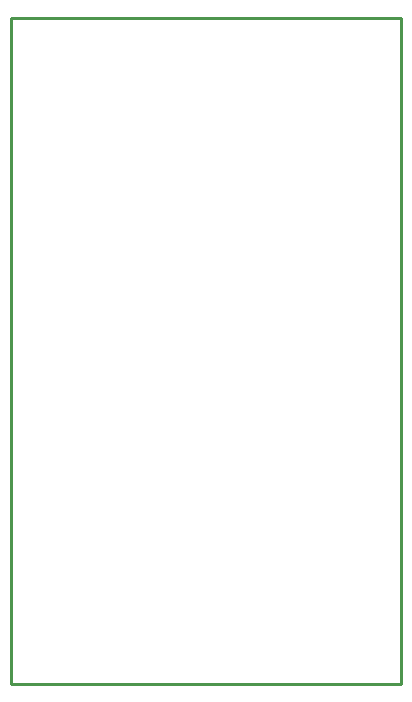
<source format=gko>
G04 Layer: BoardOutlineLayer*
G04 EasyEDA v6.5.22, 2023-01-16 19:19:53*
G04 138582107d7e4c1db7c4fde91b408c2b,db865e68f4bc4fd99aa1dd1697a786d6,10*
G04 Gerber Generator version 0.2*
G04 Scale: 100 percent, Rotated: No, Reflected: No *
G04 Dimensions in millimeters *
G04 leading zeros omitted , absolute positions ,4 integer and 5 decimal *
%FSLAX45Y45*%
%MOMM*%

%ADD10C,0.2540*%
D10*
X3848100Y1257300D02*
G01*
X546112Y1257300D01*
X546100Y6896100D02*
G01*
X3848087Y6896100D01*
X3848087Y6896087D02*
G01*
X3848087Y1259898D01*
X546100Y1259898D02*
G01*
X546100Y6896087D01*

%LPD*%
M02*

</source>
